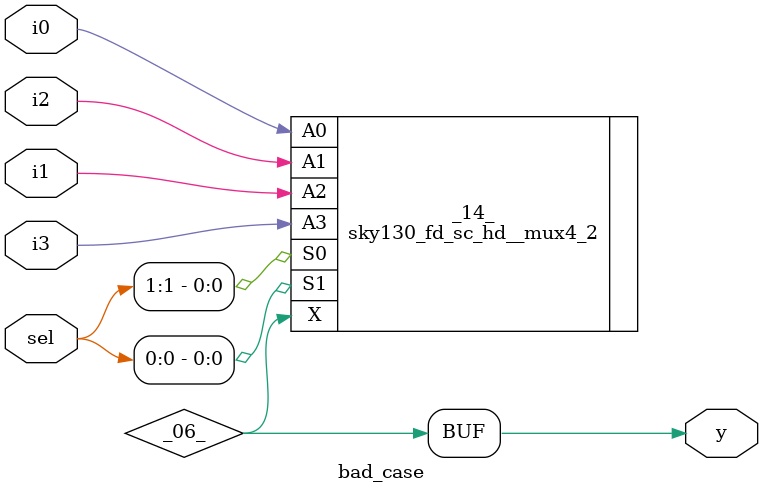
<source format=v>
/* Generated by Yosys 0.9 (git sha1 1979e0b) */

module bad_case(i0, i1, i2, i3, sel, y);
  wire _00_;
  wire _01_;
  wire _02_;
  wire _03_;
  wire _04_;
  wire _05_;
  wire _06_;
  wire _07_;
  wire _08_;
  wire _09_;
  wire _10_;
  wire _11_;
  wire _12_;
  wire _13_;
  input i0;
  input i1;
  input i2;
  input i3;
  input [1:0] sel;
  output y;
  sky130_fd_sc_hd__mux4_2 _14_ (
    .A0(_00_),
    .A1(_02_),
    .A2(_01_),
    .A3(_03_),
    .S0(_05_),
    .S1(_04_),
    .X(_06_)
  );
  assign _03_ = i3;
  assign y = _06_;
  assign _05_ = sel[1];
  assign _04_ = sel[0];
  assign _01_ = i1;
  assign _02_ = i2;
  assign _00_ = i0;
endmodule

</source>
